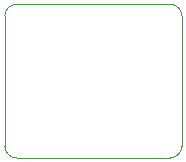
<source format=gbr>
%TF.GenerationSoftware,KiCad,Pcbnew,8.0.6*%
%TF.CreationDate,2024-11-26T02:45:54-05:00*%
%TF.ProjectId,final_imu_module,66696e61-6c5f-4696-9d75-5f6d6f64756c,rev?*%
%TF.SameCoordinates,Original*%
%TF.FileFunction,Profile,NP*%
%FSLAX46Y46*%
G04 Gerber Fmt 4.6, Leading zero omitted, Abs format (unit mm)*
G04 Created by KiCad (PCBNEW 8.0.6) date 2024-11-26 02:45:54*
%MOMM*%
%LPD*%
G01*
G04 APERTURE LIST*
%TA.AperFunction,Profile*%
%ADD10C,0.050000*%
%TD*%
G04 APERTURE END LIST*
D10*
X102000000Y-102000000D02*
G75*
G02*
X101000000Y-101000000I0J1000000D01*
G01*
X101000000Y-90000000D02*
G75*
G02*
X102000000Y-89000000I1000000J0D01*
G01*
X115000000Y-89000000D02*
G75*
G02*
X116000000Y-90000000I0J-1000000D01*
G01*
X116000000Y-101000000D02*
G75*
G02*
X115000000Y-102000000I-1000000J0D01*
G01*
X116000000Y-101000000D02*
X116000000Y-90000000D01*
X102000000Y-102000000D02*
X115000000Y-102000000D01*
X101000000Y-90000000D02*
X101000000Y-101000000D01*
X115000000Y-89000000D02*
X102000000Y-89000000D01*
M02*

</source>
